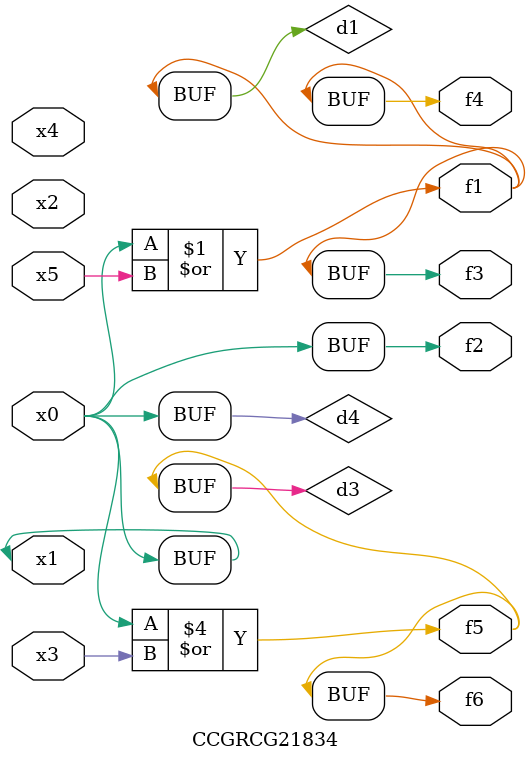
<source format=v>
module CCGRCG21834(
	input x0, x1, x2, x3, x4, x5,
	output f1, f2, f3, f4, f5, f6
);

	wire d1, d2, d3, d4;

	or (d1, x0, x5);
	xnor (d2, x1, x4);
	or (d3, x0, x3);
	buf (d4, x0, x1);
	assign f1 = d1;
	assign f2 = d4;
	assign f3 = d1;
	assign f4 = d1;
	assign f5 = d3;
	assign f6 = d3;
endmodule

</source>
